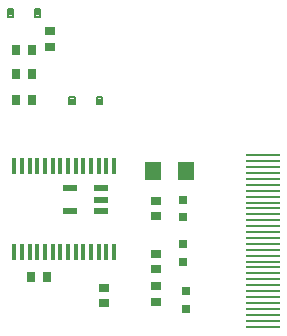
<source format=gtp>
G75*
%MOIN*%
%OFA0B0*%
%FSLAX25Y25*%
%IPPOS*%
%LPD*%
%AMOC8*
5,1,8,0,0,1.08239X$1,22.5*
%
%ADD10R,0.05512X0.06299*%
%ADD11R,0.03150X0.03150*%
%ADD12R,0.03543X0.02756*%
%ADD13R,0.01370X0.05500*%
%ADD14R,0.02756X0.03543*%
%ADD15R,0.11811X0.00984*%
%ADD16R,0.04724X0.02165*%
%ADD17C,0.00744*%
D10*
X0194963Y0166571D03*
X0205987Y0166571D03*
D11*
X0206089Y0120709D03*
X0206089Y0126614D03*
X0205105Y0136457D03*
X0205105Y0142362D03*
X0205105Y0151220D03*
X0205105Y0157126D03*
D12*
X0196247Y0156732D03*
X0196247Y0151614D03*
X0196247Y0139016D03*
X0196247Y0133898D03*
X0196247Y0128189D03*
X0196247Y0123071D03*
X0178633Y0122535D03*
X0178633Y0127654D03*
X0160814Y0208110D03*
X0160814Y0213228D03*
D13*
X0161636Y0168465D03*
X0159077Y0168465D03*
X0156518Y0168465D03*
X0153959Y0168465D03*
X0151400Y0168465D03*
X0148841Y0168465D03*
X0164196Y0168465D03*
X0166755Y0168465D03*
X0169314Y0168465D03*
X0171873Y0168465D03*
X0174432Y0168465D03*
X0176991Y0168465D03*
X0179550Y0168465D03*
X0182109Y0168465D03*
X0182109Y0139677D03*
X0179550Y0139677D03*
X0176991Y0139677D03*
X0174432Y0139677D03*
X0171873Y0139677D03*
X0169314Y0139677D03*
X0166755Y0139677D03*
X0164196Y0139677D03*
X0161636Y0139677D03*
X0159077Y0139677D03*
X0156518Y0139677D03*
X0153959Y0139677D03*
X0151400Y0139677D03*
X0148841Y0139677D03*
D14*
X0154577Y0131244D03*
X0159696Y0131244D03*
X0154711Y0190197D03*
X0149593Y0190197D03*
X0149593Y0198858D03*
X0154711Y0198858D03*
X0154711Y0207126D03*
X0149593Y0207126D03*
D15*
X0231680Y0171890D03*
X0231680Y0169921D03*
X0231680Y0167953D03*
X0231680Y0165984D03*
X0231680Y0164016D03*
X0231680Y0162047D03*
X0231680Y0160079D03*
X0231680Y0158110D03*
X0231680Y0156142D03*
X0231680Y0154173D03*
X0231680Y0152205D03*
X0231680Y0150236D03*
X0231680Y0148268D03*
X0231680Y0146299D03*
X0231680Y0144331D03*
X0231680Y0142362D03*
X0231680Y0140394D03*
X0231680Y0138425D03*
X0231680Y0136457D03*
X0231680Y0134488D03*
X0231680Y0132520D03*
X0231680Y0130551D03*
X0231680Y0128583D03*
X0231680Y0126614D03*
X0231680Y0124646D03*
X0231680Y0122677D03*
X0231680Y0120709D03*
X0231680Y0118740D03*
X0231680Y0116772D03*
X0231680Y0114803D03*
D16*
X0177743Y0153386D03*
X0177743Y0157126D03*
X0177743Y0160866D03*
X0167506Y0160866D03*
X0167506Y0153386D03*
D17*
X0167229Y0188935D02*
X0168965Y0188935D01*
X0167229Y0188935D02*
X0167229Y0191459D01*
X0168965Y0191459D01*
X0168965Y0188935D01*
X0168965Y0189678D02*
X0167229Y0189678D01*
X0167229Y0190421D02*
X0168965Y0190421D01*
X0168965Y0191164D02*
X0167229Y0191164D01*
X0176284Y0188935D02*
X0178020Y0188935D01*
X0176284Y0188935D02*
X0176284Y0191459D01*
X0178020Y0191459D01*
X0178020Y0188935D01*
X0178020Y0189678D02*
X0176284Y0189678D01*
X0176284Y0190421D02*
X0178020Y0190421D01*
X0178020Y0191164D02*
X0176284Y0191164D01*
X0157548Y0220593D02*
X0155812Y0220593D01*
X0157548Y0220593D02*
X0157548Y0218069D01*
X0155812Y0218069D01*
X0155812Y0220593D01*
X0155812Y0218812D02*
X0157548Y0218812D01*
X0157548Y0219555D02*
X0155812Y0219555D01*
X0155812Y0220298D02*
X0157548Y0220298D01*
X0148493Y0220593D02*
X0146757Y0220593D01*
X0148493Y0220593D02*
X0148493Y0218069D01*
X0146757Y0218069D01*
X0146757Y0220593D01*
X0146757Y0218812D02*
X0148493Y0218812D01*
X0148493Y0219555D02*
X0146757Y0219555D01*
X0146757Y0220298D02*
X0148493Y0220298D01*
M02*

</source>
